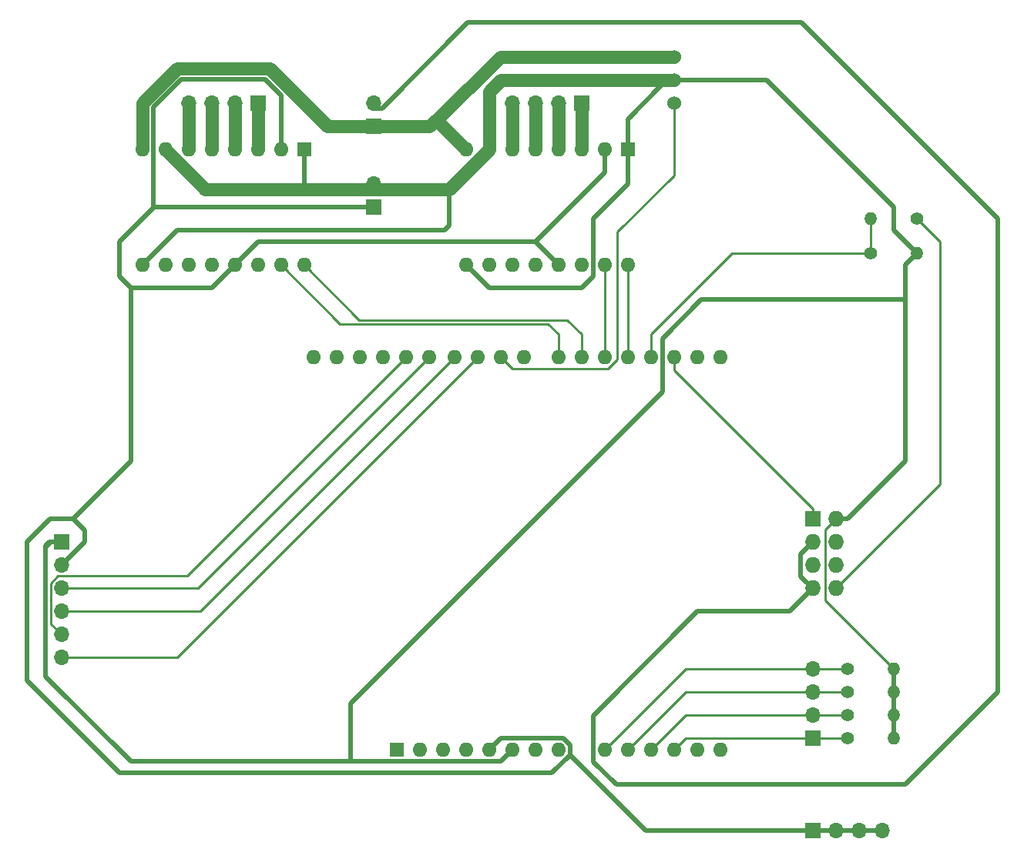
<source format=gbr>
G04 #@! TF.GenerationSoftware,KiCad,Pcbnew,(5.1.5)-3*
G04 #@! TF.CreationDate,2020-02-11T13:38:22+02:00*
G04 #@! TF.ProjectId,PCB,5043422e-6b69-4636-9164-5f7063625858,rev?*
G04 #@! TF.SameCoordinates,Original*
G04 #@! TF.FileFunction,Copper,L1,Top*
G04 #@! TF.FilePolarity,Positive*
%FSLAX46Y46*%
G04 Gerber Fmt 4.6, Leading zero omitted, Abs format (unit mm)*
G04 Created by KiCad (PCBNEW (5.1.5)-3) date 2020-02-11 13:38:22*
%MOMM*%
%LPD*%
G04 APERTURE LIST*
%ADD10O,1.700000X1.700000*%
%ADD11R,1.700000X1.700000*%
%ADD12C,1.524000*%
%ADD13O,1.600000X1.600000*%
%ADD14R,1.600000X1.600000*%
%ADD15O,1.400000X1.400000*%
%ADD16C,1.400000*%
%ADD17R,1.727200X1.727200*%
%ADD18O,1.727200X1.727200*%
%ADD19C,0.250000*%
%ADD20C,1.400000*%
%ADD21C,0.500000*%
G04 APERTURE END LIST*
D10*
X154940000Y-45720000D03*
D11*
X154940000Y-48260000D03*
D10*
X154940000Y-36830000D03*
D11*
X154940000Y-39370000D03*
D10*
X170180000Y-36830000D03*
X172720000Y-36830000D03*
X175260000Y-36830000D03*
D11*
X177800000Y-36830000D03*
D10*
X134620000Y-36830000D03*
X137160000Y-36830000D03*
X139700000Y-36830000D03*
D11*
X142240000Y-36830000D03*
D10*
X203200000Y-99060000D03*
X203200000Y-101600000D03*
X203200000Y-104140000D03*
D11*
X203200000Y-106680000D03*
D12*
X187960000Y-34290000D03*
X187960000Y-31750000D03*
X187960000Y-36830000D03*
D13*
X190500000Y-64770000D03*
X193040000Y-64770000D03*
X153420000Y-64770000D03*
X193040000Y-107950000D03*
X155960000Y-64770000D03*
X190500000Y-107950000D03*
X158500000Y-64770000D03*
X187960000Y-107950000D03*
X161040000Y-64770000D03*
X185420000Y-107950000D03*
X163830000Y-64770000D03*
X182880000Y-107950000D03*
X166370000Y-64770000D03*
X180340000Y-107950000D03*
X168910000Y-64770000D03*
X175260000Y-107950000D03*
X171450000Y-64770000D03*
X172720000Y-107950000D03*
X175260000Y-64770000D03*
X170180000Y-107950000D03*
X177800000Y-64770000D03*
X167640000Y-107950000D03*
X180340000Y-64770000D03*
X165100000Y-107950000D03*
X182880000Y-64770000D03*
X162560000Y-107950000D03*
X185420000Y-64770000D03*
X160020000Y-107950000D03*
X187960000Y-64770000D03*
D14*
X157480000Y-107950000D03*
D13*
X150880000Y-64770000D03*
X148340000Y-64770000D03*
D15*
X212090000Y-101600000D03*
D16*
X207010000Y-101600000D03*
D15*
X212090000Y-104140000D03*
D16*
X207010000Y-104140000D03*
D15*
X212090000Y-106680000D03*
D16*
X207010000Y-106680000D03*
D17*
X203200000Y-82550000D03*
D18*
X205740000Y-82550000D03*
X203200000Y-85090000D03*
X205740000Y-85090000D03*
X203200000Y-87630000D03*
X205740000Y-87630000D03*
X203200000Y-90170000D03*
X205740000Y-90170000D03*
D14*
X147320000Y-41910000D03*
D13*
X129540000Y-54610000D03*
X144780000Y-41910000D03*
X132080000Y-54610000D03*
X142240000Y-41910000D03*
X134620000Y-54610000D03*
X139700000Y-41910000D03*
X137160000Y-54610000D03*
X137160000Y-41910000D03*
X139700000Y-54610000D03*
X134620000Y-41910000D03*
X142240000Y-54610000D03*
X132080000Y-41910000D03*
X144780000Y-54610000D03*
X129540000Y-41910000D03*
X147320000Y-54610000D03*
X182880000Y-54610000D03*
X165100000Y-41910000D03*
X180340000Y-54610000D03*
X167640000Y-41910000D03*
X177800000Y-54610000D03*
X170180000Y-41910000D03*
X175260000Y-54610000D03*
X172720000Y-41910000D03*
X172720000Y-54610000D03*
X175260000Y-41910000D03*
X170180000Y-54610000D03*
X177800000Y-41910000D03*
X167640000Y-54610000D03*
X180340000Y-41910000D03*
X165100000Y-54610000D03*
D14*
X182880000Y-41910000D03*
D16*
X214630000Y-49530000D03*
D15*
X209550000Y-49530000D03*
X214630000Y-53340000D03*
D16*
X209550000Y-53340000D03*
D15*
X212090000Y-99060000D03*
D16*
X207010000Y-99060000D03*
D11*
X203200000Y-116840000D03*
D10*
X205740000Y-116840000D03*
X208280000Y-116840000D03*
X210820000Y-116840000D03*
D11*
X120650000Y-85090000D03*
D10*
X120650000Y-87630000D03*
X120650000Y-90170000D03*
X120650000Y-92710000D03*
X120650000Y-95250000D03*
X120650000Y-97790000D03*
D19*
X182880000Y-54610000D02*
X182880000Y-62230000D01*
X182880000Y-64770000D02*
X182880000Y-62230000D01*
D20*
X161830000Y-38640000D02*
X165100000Y-41910000D01*
X149860000Y-39370000D02*
X154940000Y-39370000D01*
X143510000Y-33020000D02*
X149860000Y-39370000D01*
X133350000Y-33020000D02*
X143510000Y-33020000D01*
X129540000Y-41910000D02*
X129540000Y-36830000D01*
X129540000Y-36830000D02*
X133350000Y-33020000D01*
X161100000Y-39370000D02*
X161830000Y-38640000D01*
X154940000Y-39370000D02*
X161100000Y-39370000D01*
X168910000Y-31750000D02*
X161830000Y-38640000D01*
X187960000Y-31750000D02*
X168910000Y-31750000D01*
D19*
X180340000Y-54610000D02*
X180340000Y-62230000D01*
X180340000Y-62230000D02*
X180340000Y-64770000D01*
D20*
X132080000Y-41910000D02*
X136430000Y-46260000D01*
X163290000Y-46260000D02*
X167640000Y-41910000D01*
X154940000Y-46260000D02*
X163290000Y-46260000D01*
D19*
X155894594Y-46260000D02*
X154940000Y-46260000D01*
X154940000Y-46260000D02*
X150620000Y-46260000D01*
D21*
X153985406Y-46260000D02*
X154940000Y-46260000D01*
X150370000Y-46260000D02*
X153985406Y-46260000D01*
X182880000Y-38535000D02*
X186585000Y-34830000D01*
X182880000Y-41910000D02*
X182880000Y-38535000D01*
X156750000Y-46260000D02*
X154940000Y-46260000D01*
X133350000Y-50800000D02*
X129540000Y-54610000D01*
X158750000Y-50800000D02*
X133350000Y-50800000D01*
X167640000Y-57150000D02*
X165100000Y-54610000D01*
X182880000Y-45720000D02*
X179070000Y-49530000D01*
X182880000Y-41910000D02*
X182880000Y-45720000D01*
X177800000Y-57150000D02*
X167640000Y-57150000D01*
X179070000Y-55880000D02*
X177800000Y-57150000D01*
X179070000Y-49530000D02*
X179070000Y-55880000D01*
D19*
X119550000Y-85090000D02*
X119024990Y-85615010D01*
X120650000Y-85090000D02*
X119550000Y-85090000D01*
D21*
X119300000Y-85090000D02*
X120650000Y-85090000D01*
X170180000Y-107950000D02*
X168910000Y-109220000D01*
X118899989Y-99849989D02*
X118899989Y-85490011D01*
X128270000Y-109220000D02*
X118899989Y-99849989D01*
X118899989Y-85490011D02*
X119300000Y-85090000D01*
X205740000Y-82550000D02*
X207010000Y-82550000D01*
X213360000Y-54610000D02*
X214630000Y-53340000D01*
X207010000Y-82550000D02*
X213360000Y-76200000D01*
X212090000Y-99060000D02*
X212090000Y-106680000D01*
X152400000Y-109220000D02*
X128270000Y-109220000D01*
X168910000Y-109220000D02*
X152400000Y-109220000D01*
X190956814Y-58420000D02*
X207010000Y-58420000D01*
X213360000Y-76200000D02*
X213360000Y-64770000D01*
X152400000Y-109220000D02*
X152400000Y-102870000D01*
X152400000Y-102870000D02*
X186690000Y-68580000D01*
X186690000Y-62686814D02*
X190956814Y-58420000D01*
X186690000Y-68580000D02*
X186690000Y-62686814D01*
D19*
X204551399Y-83738601D02*
X204551399Y-91521399D01*
X205740000Y-82550000D02*
X204551399Y-83738601D01*
X204551399Y-91521399D02*
X212090000Y-99060000D01*
D21*
X189230000Y-34290000D02*
X187960000Y-34290000D01*
X198120000Y-34290000D02*
X189230000Y-34290000D01*
X212090000Y-48260000D02*
X198120000Y-34290000D01*
X214630000Y-53340000D02*
X212090000Y-50800000D01*
X212090000Y-50800000D02*
X212090000Y-48260000D01*
X163290000Y-46260000D02*
X163290000Y-50260000D01*
X162750000Y-50800000D02*
X158750000Y-50800000D01*
X163290000Y-50260000D02*
X162750000Y-50800000D01*
X147320000Y-45720000D02*
X147320000Y-41910000D01*
X147860000Y-46260000D02*
X147320000Y-45720000D01*
D20*
X147860000Y-46260000D02*
X154940000Y-46260000D01*
X136430000Y-46260000D02*
X147860000Y-46260000D01*
D21*
X207010000Y-58420000D02*
X213360000Y-58420000D01*
X213360000Y-64770000D02*
X213360000Y-58420000D01*
X213360000Y-58420000D02*
X213360000Y-54610000D01*
D20*
X167640000Y-35560000D02*
X167640000Y-41910000D01*
X187960000Y-34290000D02*
X168910000Y-34290000D01*
X168910000Y-34290000D02*
X167640000Y-35560000D01*
X170180000Y-41910000D02*
X170180000Y-36830000D01*
D21*
X136579998Y-48260000D02*
X153765000Y-48260000D01*
X133826348Y-34170010D02*
X130790001Y-37206357D01*
X143033652Y-34170010D02*
X133826348Y-34170010D01*
X153765000Y-48260000D02*
X154940000Y-48260000D01*
X144780000Y-35916358D02*
X143033652Y-34170010D01*
X144780000Y-41910000D02*
X144780000Y-35916358D01*
X130810000Y-48260000D02*
X136579998Y-48260000D01*
X137160000Y-57150000D02*
X128270000Y-57150000D01*
X139700000Y-54610000D02*
X137160000Y-57150000D01*
X128270000Y-57150000D02*
X127000000Y-55880000D01*
X127000000Y-52070000D02*
X130810000Y-48260000D01*
X127000000Y-55880000D02*
X127000000Y-52070000D01*
X172720000Y-52070000D02*
X175260000Y-54610000D01*
X139700000Y-54610000D02*
X142240000Y-52070000D01*
X142240000Y-52070000D02*
X172720000Y-52070000D01*
X180340000Y-41910000D02*
X180340000Y-44450000D01*
X180340000Y-44450000D02*
X172720000Y-52070000D01*
X167640000Y-107950000D02*
X168910000Y-106680000D01*
X175840002Y-106680000D02*
X176530000Y-107369998D01*
X168910000Y-106680000D02*
X175840002Y-106680000D01*
X176530000Y-108530002D02*
X174570002Y-110490000D01*
X176530000Y-107369998D02*
X176530000Y-108530002D01*
X174570002Y-110490000D02*
X127000000Y-110490000D01*
X127000000Y-110490000D02*
X116840000Y-100330000D01*
X116840000Y-100330000D02*
X116840000Y-85090000D01*
X121920000Y-82550000D02*
X119380000Y-82550000D01*
X123190000Y-83820000D02*
X121920000Y-82550000D01*
X116840000Y-85090000D02*
X119380000Y-82550000D01*
X123190000Y-83820000D02*
X123190000Y-85090000D01*
X123190000Y-85090000D02*
X120650000Y-87630000D01*
X210820000Y-116840000D02*
X203200000Y-116840000D01*
X184839998Y-116840000D02*
X176530000Y-108530002D01*
X203200000Y-116840000D02*
X184839998Y-116840000D01*
X128270000Y-76200000D02*
X121920000Y-82550000D01*
X128270000Y-57150000D02*
X128270000Y-76200000D01*
X130790001Y-41929999D02*
X130790001Y-48240001D01*
X130790001Y-41929999D02*
X130790001Y-42470003D01*
X130790001Y-37206357D02*
X130790001Y-41929999D01*
D20*
X172720000Y-41910000D02*
X172720000Y-36830000D01*
X175260000Y-41910000D02*
X175260000Y-36830000D01*
X177800000Y-36830000D02*
X177800000Y-41910000D01*
X142240000Y-36830000D02*
X142240000Y-41910000D01*
X139700000Y-36830000D02*
X139700000Y-41910000D01*
X137160000Y-36830000D02*
X137160000Y-41910000D01*
X134620000Y-36830000D02*
X134620000Y-41910000D01*
D19*
X175260000Y-62230000D02*
X175260000Y-64770000D01*
X174134999Y-61104999D02*
X175260000Y-62230000D01*
X144780000Y-54610000D02*
X151274999Y-61104999D01*
X151274999Y-61104999D02*
X174134999Y-61104999D01*
X177800000Y-62230000D02*
X177800000Y-64770000D01*
X176224989Y-60654989D02*
X177800000Y-62230000D01*
X147320000Y-54610000D02*
X153364989Y-60654989D01*
X153364989Y-60654989D02*
X176224989Y-60654989D01*
X203200000Y-82550000D02*
X203200000Y-81436400D01*
X187960000Y-66196400D02*
X203200000Y-81436400D01*
X187960000Y-64770000D02*
X187960000Y-66196400D01*
X209550000Y-53340000D02*
X209550000Y-49530000D01*
X194310000Y-53340000D02*
X185420000Y-62230000D01*
X209550000Y-53340000D02*
X194310000Y-53340000D01*
X185420000Y-62230000D02*
X185420000Y-64770000D01*
X187960000Y-36830000D02*
X187960000Y-43180000D01*
X168910000Y-64770000D02*
X170180000Y-66040000D01*
X180735002Y-66040000D02*
X181754999Y-65020003D01*
X170180000Y-66040000D02*
X180735002Y-66040000D01*
X181754999Y-65020003D02*
X181754999Y-50944999D01*
X187960000Y-44739998D02*
X187960000Y-36830000D01*
X181754999Y-50944999D02*
X187960000Y-44739998D01*
X180340000Y-107950000D02*
X188880000Y-99410000D01*
X207010000Y-99060000D02*
X203200000Y-99060000D01*
X189230000Y-99060000D02*
X203200000Y-99060000D01*
X180340000Y-107950000D02*
X189230000Y-99060000D01*
X133350000Y-97790000D02*
X166370000Y-64770000D01*
X120650000Y-97790000D02*
X133350000Y-97790000D01*
X203200000Y-101600000D02*
X207010000Y-101600000D01*
X189230000Y-101600000D02*
X182880000Y-107950000D01*
X203200000Y-101600000D02*
X189230000Y-101600000D01*
X135890000Y-92710000D02*
X163830000Y-64770000D01*
X120650000Y-92710000D02*
X135890000Y-92710000D01*
X207010000Y-104140000D02*
X203200000Y-104140000D01*
X189230000Y-104140000D02*
X203200000Y-104140000D01*
X185420000Y-107950000D02*
X189230000Y-104140000D01*
X154690000Y-71120000D02*
X161040000Y-64770000D01*
X135640000Y-90170000D02*
X161040000Y-64770000D01*
X120650000Y-90170000D02*
X135640000Y-90170000D01*
X203200000Y-106680000D02*
X207010000Y-106680000D01*
X189230000Y-106680000D02*
X187960000Y-107950000D01*
X203200000Y-106680000D02*
X189230000Y-106680000D01*
X157700001Y-65569999D02*
X158500000Y-64770000D01*
X134464999Y-88805001D02*
X157700001Y-65569999D01*
X120275997Y-88805001D02*
X134464999Y-88805001D01*
X119474999Y-89605999D02*
X120275997Y-88805001D01*
X119474999Y-94074999D02*
X119474999Y-89605999D01*
X120650000Y-95250000D02*
X119474999Y-94074999D01*
D21*
X154940000Y-37370000D02*
X155894594Y-37370000D01*
X155894594Y-37370000D02*
X165324594Y-27940000D01*
X165324594Y-27940000D02*
X201930000Y-27940000D01*
X201930000Y-27940000D02*
X223520000Y-49530000D01*
X202336401Y-89306401D02*
X203200000Y-90170000D01*
X201886399Y-88856399D02*
X202336401Y-89306401D01*
X201886399Y-86403601D02*
X201886399Y-88856399D01*
X203200000Y-85090000D02*
X201886399Y-86403601D01*
X223520000Y-49530000D02*
X223520000Y-101600000D01*
X223520000Y-101600000D02*
X213360000Y-111760000D01*
X213360000Y-111760000D02*
X181610000Y-111760000D01*
X179089999Y-109239999D02*
X179089999Y-104159999D01*
X181610000Y-111760000D02*
X179089999Y-109239999D01*
X179089999Y-104159999D02*
X190539998Y-92710000D01*
X200660000Y-92710000D02*
X203200000Y-90170000D01*
X190539998Y-92710000D02*
X200660000Y-92710000D01*
D19*
X217170000Y-52070000D02*
X214630000Y-49530000D01*
X205740000Y-90170000D02*
X217170000Y-78740000D01*
X217170000Y-78740000D02*
X217170000Y-52070000D01*
M02*

</source>
